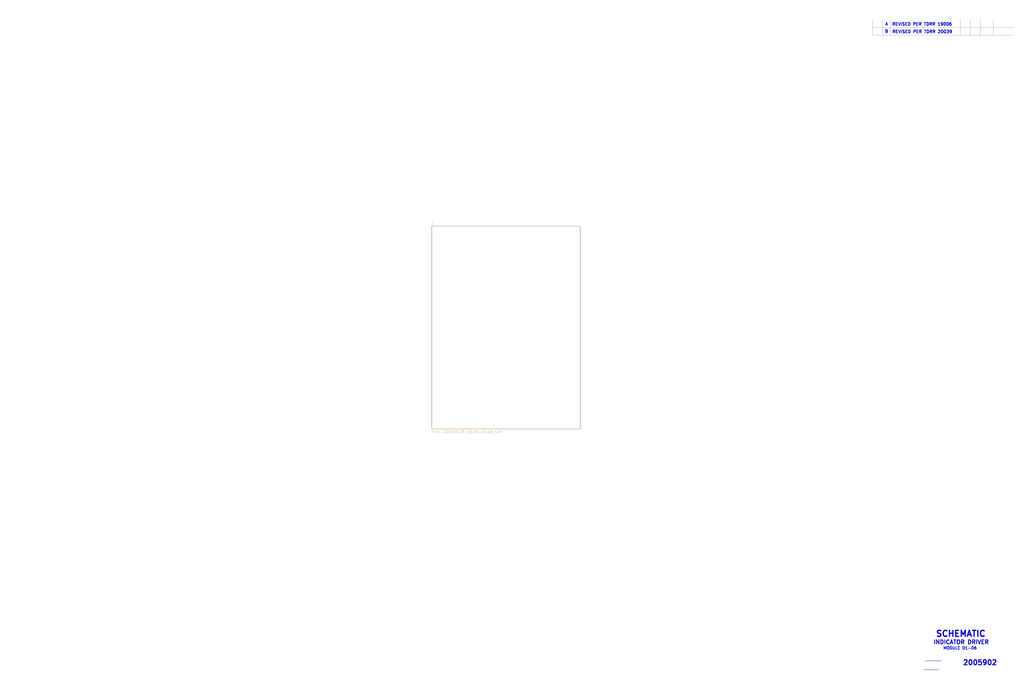
<source format=kicad_sch>
(kicad_sch (version 20211123) (generator eeschema)
  (paper "User" 1295.4 863.6)
  (lib_symbols)
  (polyline (pts (xy 1256.792 24.9936) (xy 1256.792 44.8056)) (stroke (width 0) (type solid)))
  (polyline (pts (xy 1116.8888 24.9936) (xy 1116.8888 44.8056)) (stroke (width 0) (type solid)))
  (polyline (pts (xy 1282.7 34.8996) (xy 1103.9094 34.8996)) (stroke (width 0) (type solid)))
  (polyline (pts (xy 1126.49 24.9936) (xy 1126.49 44.8056)) (stroke (width 0) (type solid)))
  (polyline (pts (xy 1169.924 836.7014) (xy 1190.752 836.7014)) (stroke (width 0.381) (type solid)))
  (polyline (pts (xy 1188.0596 847.8012) (xy 1188.0596 847.852)) (stroke (width 0) (type solid)))
  (polyline (pts (xy 1103.9094 24.9936) (xy 1103.9094 44.8056)) (stroke (width 0) (type solid)))
  (polyline (pts (xy 1214.9074 24.9936) (xy 1214.9074 44.8056)) (stroke (width 0) (type solid)))
  (polyline (pts (xy 1168.654 847.8012) (xy 1188.0596 847.8012)) (stroke (width 0.381) (type solid)))
  (polyline (pts (xy 1103.9094 44.8056) (xy 1282.7 44.8056)) (stroke (width 0) (type solid)))
  (polyline (pts (xy 1227.6074 24.9936) (xy 1227.6074 44.8056)) (stroke (width 0) (type solid)))
  (polyline (pts (xy 1240.3074 24.9936) (xy 1240.3074 44.8056)) (stroke (width 0) (type solid)))
  (text "INDICATOR DRIVER" (at 1180.592 816.0004 0) (effects (font (size 5.08 5.08) (thickness 1.016) bold) (justify left bottom)))
  (text "REVISED PER TDRR 20039" (at 1128.4458 42.5196 0) (effects (font (size 3.81 3.81) (thickness 0.762) bold) (justify left bottom)))
  (text "REVISED PER TDRR 19006" (at 1128.2426 32.9692 0) (effects (font (size 3.81 3.81) (thickness 0.762) bold) (justify left bottom)))
  (text "A" (at 1119.505 32.766 0) (effects (font (size 3.81 3.81) (thickness 0.762) bold) (justify left bottom)))
  (text "SCHEMATIC" (at 1183.4368 806.8564 0) (effects (font (size 7.62 7.62) (thickness 1.524) bold) (justify left bottom)))
  (text "MODULE D1-D6" (at 1192.9872 822.706 0) (effects (font (size 3.556 3.556) (thickness 0.7112) bold) (justify left bottom)))
  (text "1" (at 1254.6076 848.8172 0) (effects (font (size 0 0)) (justify left bottom)))
  (text "B" (at 1119.0986 41.91 0) (effects (font (size 3.81 3.81) (thickness 0.762) bold) (justify left bottom)))
  (text "2005902" (at 1217.7776 842.6196 0) (effects (font (size 6.35 6.35) (thickness 1.27) bold) (justify left bottom)))
  (sheet (at 546.1 286.385) (size 187.96 256.54)
    (property "Sheet name" "1" (at 546.1 284.5304 0) (effects (font (size 3.556 3.556)) (justify left bottom)))
    (property "Sheet file" "2005902B-p1of1.kicad_sch" (at 546.1 544.424 0) (effects (font (size 3.556 3.556)) (justify left top)))
  )
)
</source>
